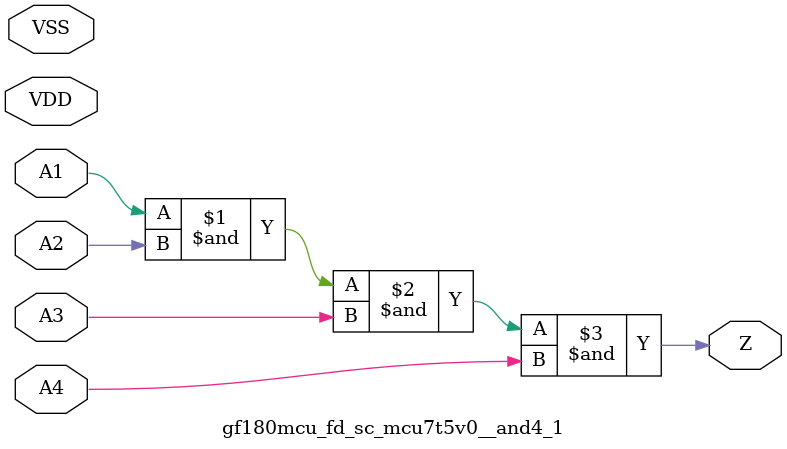
<source format=v>

module gf180mcu_fd_sc_mcu7t5v0__and4_1( A1, A2, A3, A4, Z, VDD, VSS );
input A1, A2, A3, A4;
inout VDD, VSS;
output Z;

	and MGM_BG_0( Z, A1, A2, A3, A4 );

endmodule

</source>
